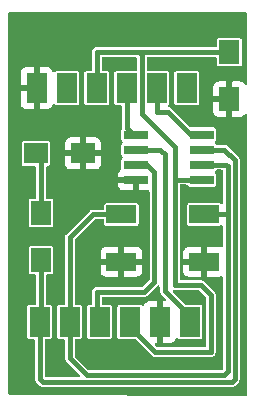
<source format=gbr>
%TF.GenerationSoftware,KiCad,Pcbnew,(6.0.2)*%
%TF.CreationDate,2022-03-09T13:31:16+02:00*%
%TF.ProjectId,FabAcaEleDesign1,46616241-6361-4456-9c65-44657369676e,rev?*%
%TF.SameCoordinates,Original*%
%TF.FileFunction,Copper,L1,Top*%
%TF.FilePolarity,Positive*%
%FSLAX46Y46*%
G04 Gerber Fmt 4.6, Leading zero omitted, Abs format (unit mm)*
G04 Created by KiCad (PCBNEW (6.0.2)) date 2022-03-09 13:31:16*
%MOMM*%
%LPD*%
G01*
G04 APERTURE LIST*
%TA.AperFunction,SMDPad,CuDef*%
%ADD10R,1.700000X2.500000*%
%TD*%
%TA.AperFunction,SMDPad,CuDef*%
%ADD11R,2.000000X1.700000*%
%TD*%
%TA.AperFunction,SMDPad,CuDef*%
%ADD12R,2.000000X0.800000*%
%TD*%
%TA.AperFunction,SMDPad,CuDef*%
%ADD13R,2.500000X1.500000*%
%TD*%
%TA.AperFunction,SMDPad,CuDef*%
%ADD14R,1.700000X2.000000*%
%TD*%
%TA.AperFunction,Conductor*%
%ADD15C,0.406400*%
%TD*%
G04 APERTURE END LIST*
D10*
%TO.P,J1,3,Pin_3*%
%TO.N,VCC*%
X114564000Y-85076000D03*
%TO.P,J1,2,Pin_2*%
%TO.N,GND*%
X117104000Y-85076000D03*
%TO.P,J1,1,Pin_1*%
%TO.N,Net-(J1-Pad1)*%
X119644000Y-85076000D03*
%TD*%
D11*
%TO.P,D1,1,K*%
%TO.N,GND*%
X110610400Y-70815200D03*
%TO.P,D1,2,A*%
%TO.N,Net-(D1-Pad2)*%
X106610400Y-70815200D03*
%TD*%
D12*
%TO.P,U1,8,GND*%
%TO.N,GND*%
X115056000Y-73025000D03*
%TO.P,U1,7,PA3/SCK*%
%TO.N,Net-(U1-Pad7)*%
X115056000Y-71755000D03*
%TO.P,U1,6,~{RESET}/UPDI/PA0*%
%TO.N,Net-(J1-Pad1)*%
X115056000Y-70485000D03*
%TO.P,U1,5,PA2/SCL*%
%TO.N,Net-(J2-Pad4)*%
X115056000Y-69215000D03*
%TO.P,U1,4,PA1/SDA*%
%TO.N,Net-(J2-Pad5)*%
X120656000Y-69215000D03*
%TO.P,U1,3,RXD/PA7*%
%TO.N,Net-(R1-Pad1)*%
X120656000Y-70485000D03*
%TO.P,U1,2,TXD/PA6/DAC*%
%TO.N,Net-(SW1-Pad2)*%
X120656000Y-71755000D03*
%TO.P,U1,1,VCC*%
%TO.N,VCC*%
X120656000Y-73025000D03*
%TD*%
D13*
%TO.P,SW1,1,1*%
%TO.N,GND*%
X120848000Y-79978000D03*
X113848000Y-79978000D03*
%TO.P,SW1,2,2*%
%TO.N,Net-(SW1-Pad2)*%
X113848000Y-75978000D03*
X120848000Y-75978000D03*
%TD*%
D10*
%TO.P,J2,1,GND*%
%TO.N,GND*%
X106680000Y-65278000D03*
%TO.P,J2,2,CTS*%
%TO.N,unconnected-(J2-Pad2)*%
X109220000Y-65278000D03*
%TO.P,J2,3,VCC*%
%TO.N,VCC*%
X111760000Y-65278000D03*
%TO.P,J2,4,TX*%
%TO.N,Net-(J2-Pad4)*%
X114300000Y-65278000D03*
%TO.P,J2,5,RX*%
%TO.N,Net-(J2-Pad5)*%
X116840000Y-65278000D03*
%TO.P,J2,6,RTS*%
%TO.N,unconnected-(J2-Pad6)*%
X119380000Y-65278000D03*
%TD*%
D14*
%TO.P,R1,1*%
%TO.N,Net-(R1-Pad1)*%
X107035600Y-79844400D03*
%TO.P,R1,2*%
%TO.N,Net-(D1-Pad2)*%
X107035600Y-75844400D03*
%TD*%
D10*
%TO.P,J3,1,Pin_1*%
%TO.N,Net-(U1-Pad7)*%
X112014000Y-85076000D03*
%TO.P,J3,2,Pin_2*%
%TO.N,Net-(SW1-Pad2)*%
X109474000Y-85076000D03*
%TO.P,J3,3,Pin_3*%
%TO.N,Net-(R1-Pad1)*%
X106934000Y-85076000D03*
%TD*%
D14*
%TO.P,C1,1*%
%TO.N,VCC*%
X122986800Y-62230000D03*
%TO.P,C1,2*%
%TO.N,GND*%
X122986800Y-66230000D03*
%TD*%
D15*
%TO.N,Net-(SW1-Pad2)*%
X111423200Y-75978000D02*
X109474000Y-77927200D01*
X109474000Y-77927200D02*
X109474000Y-85076000D01*
X113848000Y-75978000D02*
X111423200Y-75978000D01*
%TO.N,Net-(J2-Pad4)*%
X114300000Y-68630800D02*
X114884200Y-69215000D01*
X114300000Y-65278000D02*
X114300000Y-68630800D01*
X114884200Y-69215000D02*
X115056000Y-69215000D01*
%TO.N,VCC*%
X118440200Y-73025000D02*
X118364000Y-73101200D01*
X118364000Y-73101200D02*
X118364000Y-81969031D01*
X120656000Y-73025000D02*
X118440200Y-73025000D01*
X118364000Y-70307200D02*
X118364000Y-73101200D01*
X118106320Y-70049520D02*
X118364000Y-70307200D01*
X118106320Y-70005420D02*
X118106320Y-70049520D01*
X115570000Y-62433200D02*
X115366800Y-62230000D01*
X115570000Y-67469100D02*
X115570000Y-62433200D01*
X118106320Y-70005420D02*
X115570000Y-67469100D01*
%TO.N,Net-(J1-Pad1)*%
X117144351Y-70485000D02*
X117500400Y-70841049D01*
X115056000Y-70485000D02*
X117144351Y-70485000D01*
%TO.N,VCC*%
X120577031Y-81969031D02*
X118364000Y-81969031D01*
X121412000Y-82804000D02*
X120577031Y-81969031D01*
X116718000Y-87630000D02*
X121412000Y-87630000D01*
X114564000Y-85476000D02*
X116718000Y-87630000D01*
X114564000Y-85076000D02*
X114564000Y-85476000D01*
X121412000Y-87630000D02*
X121412000Y-82804000D01*
%TO.N,Net-(J1-Pad1)*%
X117500400Y-82448400D02*
X117500400Y-70841049D01*
X119644000Y-84592000D02*
X117500400Y-82448400D01*
X119644000Y-85076000D02*
X119644000Y-84592000D01*
%TO.N,Net-(U1-Pad7)*%
X111760000Y-82550000D02*
X111760000Y-84822000D01*
X115773200Y-82550000D02*
X111760000Y-82550000D01*
X116636800Y-81686400D02*
X115773200Y-82550000D01*
X111760000Y-84822000D02*
X112014000Y-85076000D01*
X115056000Y-71755000D02*
X115991422Y-71755000D01*
X115991422Y-71755000D02*
X116636800Y-72400378D01*
X116636800Y-72400378D02*
X116636800Y-81686400D01*
%TO.N,Net-(J2-Pad5)*%
X117815578Y-67310000D02*
X116840000Y-67310000D01*
X116840000Y-67310000D02*
X116840000Y-65278000D01*
%TO.N,Net-(R1-Pad1)*%
X107035600Y-79844400D02*
X107035600Y-84974400D01*
X107035600Y-84974400D02*
X106934000Y-85076000D01*
%TO.N,Net-(D1-Pad2)*%
X107035600Y-71240400D02*
X106610400Y-70815200D01*
X107035600Y-75844400D02*
X107035600Y-71240400D01*
%TO.N,VCC*%
X122986800Y-62230000D02*
X115366800Y-62230000D01*
X115366800Y-62230000D02*
X111760000Y-62230000D01*
%TO.N,Net-(SW1-Pad2)*%
X122711080Y-71755000D02*
X122838080Y-71882000D01*
X120656000Y-71755000D02*
X122711080Y-71755000D01*
X120848000Y-75978000D02*
X122708160Y-75978000D01*
X122838080Y-75848080D02*
X122838080Y-71882000D01*
X122838080Y-89251920D02*
X122838080Y-75848080D01*
X122708160Y-75978000D02*
X122838080Y-75848080D01*
%TO.N,Net-(J2-Pad5)*%
X119720578Y-69215000D02*
X117815578Y-67310000D01*
X120656000Y-69215000D02*
X119720578Y-69215000D01*
%TO.N,VCC*%
X111760000Y-62230000D02*
X111760000Y-65278000D01*
X111252000Y-65786000D02*
X111760000Y-65278000D01*
%TO.N,Net-(R1-Pad1)*%
X123190000Y-90170000D02*
X123444000Y-89916000D01*
X107188000Y-90170000D02*
X123190000Y-90170000D01*
X106934000Y-89916000D02*
X107188000Y-90170000D01*
%TO.N,Net-(SW1-Pad2)*%
X110900080Y-89564080D02*
X122525920Y-89564080D01*
X109474000Y-88138000D02*
X110900080Y-89564080D01*
X122525920Y-89564080D02*
X122838080Y-89251920D01*
X109474000Y-85076000D02*
X109474000Y-88138000D01*
%TO.N,Net-(R1-Pad1)*%
X106934000Y-89916000D02*
X106934000Y-85076000D01*
X123444000Y-71374000D02*
X123444000Y-89916000D01*
X122555000Y-70485000D02*
X123444000Y-71374000D01*
X120656000Y-70485000D02*
X122555000Y-70485000D01*
%TO.N,VCC*%
X114300000Y-85340000D02*
X114564000Y-85076000D01*
X120529000Y-72898000D02*
X120656000Y-73025000D01*
X114564000Y-85862000D02*
X114564000Y-85076000D01*
%TO.N,Net-(J1-Pad1)*%
X119644000Y-84676000D02*
X119644000Y-85076000D01*
%TD*%
%TA.AperFunction,Conductor*%
%TO.N,GND*%
G36*
X124388416Y-58873088D02*
G01*
X124456487Y-58893260D01*
X124502846Y-58947032D01*
X124514102Y-58999088D01*
X124514102Y-64908528D01*
X124494100Y-64976649D01*
X124440444Y-65023142D01*
X124370170Y-65033246D01*
X124305590Y-65003752D01*
X124288409Y-64982461D01*
X124286972Y-64983538D01*
X124205085Y-64874276D01*
X124192524Y-64861715D01*
X124090449Y-64785214D01*
X124074854Y-64776676D01*
X123954406Y-64731522D01*
X123939151Y-64727895D01*
X123888286Y-64722369D01*
X123881472Y-64722000D01*
X123258915Y-64722000D01*
X123243676Y-64726475D01*
X123242471Y-64727865D01*
X123240800Y-64735548D01*
X123240800Y-67719884D01*
X123245275Y-67735123D01*
X123246665Y-67736328D01*
X123254348Y-67737999D01*
X123881469Y-67737999D01*
X123888290Y-67737629D01*
X123939152Y-67732105D01*
X123954404Y-67728479D01*
X124074854Y-67683324D01*
X124090449Y-67674786D01*
X124192524Y-67598285D01*
X124205085Y-67585724D01*
X124286972Y-67476462D01*
X124289906Y-67478661D01*
X124327862Y-67440805D01*
X124397256Y-67425805D01*
X124463743Y-67450703D01*
X124506215Y-67507595D01*
X124514102Y-67551472D01*
X124514102Y-91214898D01*
X124494100Y-91283019D01*
X124440444Y-91329512D01*
X124387792Y-91340898D01*
X104414787Y-91291704D01*
X104346716Y-91271534D01*
X104300356Y-91217764D01*
X104289098Y-91165704D01*
X104289098Y-86345748D01*
X105883500Y-86345748D01*
X105895133Y-86404231D01*
X105902026Y-86414547D01*
X105915320Y-86434443D01*
X105939448Y-86470552D01*
X106005769Y-86514867D01*
X106017938Y-86517288D01*
X106017939Y-86517288D01*
X106058184Y-86525293D01*
X106064252Y-86526500D01*
X106404300Y-86526500D01*
X106472421Y-86546502D01*
X106518914Y-86600158D01*
X106530300Y-86652500D01*
X106530300Y-89979939D01*
X106533364Y-89989370D01*
X106533365Y-89989374D01*
X106537175Y-90001098D01*
X106541792Y-90020327D01*
X106545273Y-90042305D01*
X106549773Y-90051137D01*
X106555375Y-90062133D01*
X106562938Y-90080392D01*
X106566752Y-90092129D01*
X106566754Y-90092132D01*
X106569817Y-90101560D01*
X106575644Y-90109580D01*
X106575645Y-90109582D01*
X106582893Y-90119557D01*
X106593226Y-90136418D01*
X106603329Y-90156247D01*
X106947753Y-90500671D01*
X106967585Y-90510776D01*
X106984441Y-90521106D01*
X107002439Y-90534182D01*
X107023599Y-90541057D01*
X107041863Y-90548622D01*
X107061695Y-90558727D01*
X107071483Y-90560277D01*
X107071485Y-90560278D01*
X107083673Y-90562208D01*
X107102898Y-90566824D01*
X107124060Y-90573700D01*
X123253939Y-90573700D01*
X123263370Y-90570636D01*
X123263374Y-90570635D01*
X123275098Y-90566825D01*
X123294327Y-90562208D01*
X123306515Y-90560278D01*
X123306518Y-90560277D01*
X123316305Y-90558727D01*
X123325701Y-90553939D01*
X123336133Y-90548625D01*
X123354392Y-90541062D01*
X123366129Y-90537248D01*
X123366132Y-90537246D01*
X123375560Y-90534183D01*
X123383580Y-90528356D01*
X123383582Y-90528355D01*
X123393557Y-90521107D01*
X123410418Y-90510774D01*
X123421413Y-90505172D01*
X123430247Y-90500671D01*
X123774671Y-90156247D01*
X123784776Y-90136415D01*
X123795107Y-90119557D01*
X123808182Y-90101561D01*
X123815058Y-90080400D01*
X123822623Y-90062134D01*
X123828227Y-90051137D01*
X123832727Y-90042305D01*
X123836208Y-90020326D01*
X123840824Y-90001102D01*
X123844635Y-89989373D01*
X123847700Y-89979940D01*
X123847700Y-71310061D01*
X123844636Y-71300630D01*
X123844635Y-71300626D01*
X123840825Y-71288902D01*
X123836208Y-71269673D01*
X123834278Y-71257485D01*
X123834277Y-71257482D01*
X123832727Y-71247695D01*
X123827939Y-71238299D01*
X123822625Y-71227867D01*
X123815062Y-71209608D01*
X123811248Y-71197871D01*
X123811246Y-71197868D01*
X123808183Y-71188440D01*
X123795106Y-71170442D01*
X123784774Y-71153582D01*
X123779172Y-71142587D01*
X123774671Y-71133753D01*
X122795247Y-70154329D01*
X122775418Y-70144226D01*
X122758557Y-70133893D01*
X122748582Y-70126645D01*
X122748580Y-70126644D01*
X122740560Y-70120817D01*
X122731132Y-70117754D01*
X122731129Y-70117752D01*
X122719392Y-70113938D01*
X122701133Y-70106375D01*
X122690137Y-70100773D01*
X122681305Y-70096273D01*
X122671518Y-70094723D01*
X122671515Y-70094722D01*
X122659327Y-70092792D01*
X122640098Y-70088175D01*
X122628374Y-70084365D01*
X122628370Y-70084364D01*
X122618939Y-70081300D01*
X121957309Y-70081300D01*
X121889188Y-70061298D01*
X121845257Y-70008732D01*
X121844867Y-70006769D01*
X121800552Y-69940448D01*
X121794197Y-69936202D01*
X121761751Y-69876783D01*
X121766816Y-69805968D01*
X121793707Y-69764126D01*
X121800552Y-69759552D01*
X121844867Y-69693231D01*
X121856500Y-69634748D01*
X121856500Y-68795252D01*
X121855293Y-68789184D01*
X121847288Y-68748939D01*
X121847288Y-68748938D01*
X121844867Y-68736769D01*
X121800552Y-68670448D01*
X121734231Y-68626133D01*
X121722062Y-68623712D01*
X121722061Y-68623712D01*
X121681816Y-68615707D01*
X121675748Y-68614500D01*
X119743186Y-68614500D01*
X119675065Y-68594498D01*
X119654091Y-68577595D01*
X118351165Y-67274669D01*
X121628801Y-67274669D01*
X121629171Y-67281490D01*
X121634695Y-67332352D01*
X121638321Y-67347604D01*
X121683476Y-67468054D01*
X121692014Y-67483649D01*
X121768515Y-67585724D01*
X121781076Y-67598285D01*
X121883151Y-67674786D01*
X121898746Y-67683324D01*
X122019194Y-67728478D01*
X122034449Y-67732105D01*
X122085314Y-67737631D01*
X122092128Y-67738000D01*
X122714685Y-67738000D01*
X122729924Y-67733525D01*
X122731129Y-67732135D01*
X122732800Y-67724452D01*
X122732800Y-66502115D01*
X122728325Y-66486876D01*
X122726935Y-66485671D01*
X122719252Y-66484000D01*
X121646916Y-66484000D01*
X121631677Y-66488475D01*
X121630472Y-66489865D01*
X121628801Y-66497548D01*
X121628801Y-67274669D01*
X118351165Y-67274669D01*
X118055825Y-66979329D01*
X118035996Y-66969226D01*
X118019135Y-66958893D01*
X118009160Y-66951645D01*
X118009158Y-66951644D01*
X118001138Y-66945817D01*
X117991710Y-66942754D01*
X117991707Y-66942752D01*
X117979970Y-66938938D01*
X117961711Y-66931375D01*
X117950715Y-66925773D01*
X117941883Y-66921273D01*
X117932096Y-66919723D01*
X117932093Y-66919722D01*
X117919905Y-66917792D01*
X117900676Y-66913175D01*
X117899699Y-66912858D01*
X117879517Y-66906300D01*
X117874152Y-66906300D01*
X117812283Y-66876970D01*
X117774757Y-66816701D01*
X117775771Y-66745712D01*
X117815005Y-66686540D01*
X117823599Y-66680083D01*
X117824239Y-66679443D01*
X117834552Y-66672552D01*
X117862750Y-66630352D01*
X117871974Y-66616547D01*
X117878867Y-66606231D01*
X117890500Y-66547748D01*
X118329500Y-66547748D01*
X118341133Y-66606231D01*
X118348026Y-66616547D01*
X118357250Y-66630352D01*
X118385448Y-66672552D01*
X118451769Y-66716867D01*
X118463938Y-66719288D01*
X118463939Y-66719288D01*
X118504184Y-66727293D01*
X118510252Y-66728500D01*
X120249748Y-66728500D01*
X120255816Y-66727293D01*
X120296061Y-66719288D01*
X120296062Y-66719288D01*
X120308231Y-66716867D01*
X120374552Y-66672552D01*
X120402750Y-66630352D01*
X120411974Y-66616547D01*
X120418867Y-66606231D01*
X120430500Y-66547748D01*
X120430500Y-65957885D01*
X121628800Y-65957885D01*
X121633275Y-65973124D01*
X121634665Y-65974329D01*
X121642348Y-65976000D01*
X122714685Y-65976000D01*
X122729924Y-65971525D01*
X122731129Y-65970135D01*
X122732800Y-65962452D01*
X122732800Y-64740116D01*
X122728325Y-64724877D01*
X122726935Y-64723672D01*
X122719252Y-64722001D01*
X122092131Y-64722001D01*
X122085310Y-64722371D01*
X122034448Y-64727895D01*
X122019196Y-64731521D01*
X121898746Y-64776676D01*
X121883151Y-64785214D01*
X121781076Y-64861715D01*
X121768515Y-64874276D01*
X121692014Y-64976351D01*
X121683476Y-64991946D01*
X121638322Y-65112394D01*
X121634695Y-65127649D01*
X121629169Y-65178514D01*
X121628800Y-65185328D01*
X121628800Y-65957885D01*
X120430500Y-65957885D01*
X120430500Y-64008252D01*
X120418867Y-63949769D01*
X120374552Y-63883448D01*
X120308231Y-63839133D01*
X120296062Y-63836712D01*
X120296061Y-63836712D01*
X120255816Y-63828707D01*
X120249748Y-63827500D01*
X118510252Y-63827500D01*
X118504184Y-63828707D01*
X118463939Y-63836712D01*
X118463938Y-63836712D01*
X118451769Y-63839133D01*
X118385448Y-63883448D01*
X118341133Y-63949769D01*
X118329500Y-64008252D01*
X118329500Y-66547748D01*
X117890500Y-66547748D01*
X117890500Y-64008252D01*
X117878867Y-63949769D01*
X117834552Y-63883448D01*
X117768231Y-63839133D01*
X117756062Y-63836712D01*
X117756061Y-63836712D01*
X117715816Y-63828707D01*
X117709748Y-63827500D01*
X116099700Y-63827500D01*
X116031579Y-63807498D01*
X115985086Y-63753842D01*
X115973700Y-63701500D01*
X115973700Y-62759700D01*
X115993702Y-62691579D01*
X116047358Y-62645086D01*
X116099700Y-62633700D01*
X121810300Y-62633700D01*
X121878421Y-62653702D01*
X121924914Y-62707358D01*
X121936300Y-62759700D01*
X121936300Y-63249748D01*
X121947933Y-63308231D01*
X121992248Y-63374552D01*
X122058569Y-63418867D01*
X122070738Y-63421288D01*
X122070739Y-63421288D01*
X122110984Y-63429293D01*
X122117052Y-63430500D01*
X123856548Y-63430500D01*
X123862616Y-63429293D01*
X123902861Y-63421288D01*
X123902862Y-63421288D01*
X123915031Y-63418867D01*
X123981352Y-63374552D01*
X124025667Y-63308231D01*
X124037300Y-63249748D01*
X124037300Y-61210252D01*
X124025667Y-61151769D01*
X123981352Y-61085448D01*
X123915031Y-61041133D01*
X123902862Y-61038712D01*
X123902861Y-61038712D01*
X123862616Y-61030707D01*
X123856548Y-61029500D01*
X122117052Y-61029500D01*
X122110984Y-61030707D01*
X122070739Y-61038712D01*
X122070738Y-61038712D01*
X122058569Y-61041133D01*
X121992248Y-61085448D01*
X121947933Y-61151769D01*
X121936300Y-61210252D01*
X121936300Y-61700300D01*
X121916298Y-61768421D01*
X121862642Y-61814914D01*
X121810300Y-61826300D01*
X111801689Y-61826300D01*
X111781978Y-61824749D01*
X111769793Y-61822819D01*
X111769792Y-61822819D01*
X111760000Y-61821268D01*
X111728230Y-61826300D01*
X111643486Y-61839722D01*
X111643485Y-61839722D01*
X111633695Y-61841273D01*
X111519753Y-61899329D01*
X111429329Y-61989753D01*
X111371273Y-62103695D01*
X111351268Y-62230000D01*
X111352819Y-62239792D01*
X111352819Y-62239793D01*
X111354749Y-62251978D01*
X111356300Y-62271689D01*
X111356300Y-63701500D01*
X111336298Y-63769621D01*
X111282642Y-63816114D01*
X111230300Y-63827500D01*
X110890252Y-63827500D01*
X110884184Y-63828707D01*
X110843939Y-63836712D01*
X110843938Y-63836712D01*
X110831769Y-63839133D01*
X110765448Y-63883448D01*
X110721133Y-63949769D01*
X110709500Y-64008252D01*
X110709500Y-66547748D01*
X110721133Y-66606231D01*
X110728026Y-66616547D01*
X110737250Y-66630352D01*
X110765448Y-66672552D01*
X110831769Y-66716867D01*
X110843938Y-66719288D01*
X110843939Y-66719288D01*
X110884184Y-66727293D01*
X110890252Y-66728500D01*
X112629748Y-66728500D01*
X112635816Y-66727293D01*
X112676061Y-66719288D01*
X112676062Y-66719288D01*
X112688231Y-66716867D01*
X112754552Y-66672552D01*
X112782750Y-66630352D01*
X112791974Y-66616547D01*
X112798867Y-66606231D01*
X112810500Y-66547748D01*
X112810500Y-64008252D01*
X112798867Y-63949769D01*
X112754552Y-63883448D01*
X112688231Y-63839133D01*
X112676062Y-63836712D01*
X112676061Y-63836712D01*
X112635816Y-63828707D01*
X112629748Y-63827500D01*
X112289700Y-63827500D01*
X112221579Y-63807498D01*
X112175086Y-63753842D01*
X112163700Y-63701500D01*
X112163700Y-62759700D01*
X112183702Y-62691579D01*
X112237358Y-62645086D01*
X112289700Y-62633700D01*
X115040300Y-62633700D01*
X115108421Y-62653702D01*
X115154914Y-62707358D01*
X115166300Y-62759700D01*
X115166300Y-63701500D01*
X115146298Y-63769621D01*
X115092642Y-63816114D01*
X115040300Y-63827500D01*
X113430252Y-63827500D01*
X113424184Y-63828707D01*
X113383939Y-63836712D01*
X113383938Y-63836712D01*
X113371769Y-63839133D01*
X113305448Y-63883448D01*
X113261133Y-63949769D01*
X113249500Y-64008252D01*
X113249500Y-66547748D01*
X113261133Y-66606231D01*
X113268026Y-66616547D01*
X113277250Y-66630352D01*
X113305448Y-66672552D01*
X113371769Y-66716867D01*
X113383938Y-66719288D01*
X113383939Y-66719288D01*
X113424184Y-66727293D01*
X113430252Y-66728500D01*
X113770300Y-66728500D01*
X113838421Y-66748502D01*
X113884914Y-66802158D01*
X113896300Y-66854500D01*
X113896300Y-68654896D01*
X113878151Y-68714726D01*
X113878777Y-68714985D01*
X113876143Y-68721343D01*
X113875065Y-68724898D01*
X113867133Y-68736769D01*
X113855500Y-68795252D01*
X113855500Y-69634748D01*
X113867133Y-69693231D01*
X113911448Y-69759552D01*
X113917803Y-69763798D01*
X113950249Y-69823217D01*
X113945184Y-69894032D01*
X113918293Y-69935874D01*
X113911448Y-69940448D01*
X113867133Y-70006769D01*
X113855500Y-70065252D01*
X113855500Y-70904748D01*
X113867133Y-70963231D01*
X113911448Y-71029552D01*
X113917803Y-71033798D01*
X113950249Y-71093217D01*
X113945184Y-71164032D01*
X113918293Y-71205874D01*
X113911448Y-71210448D01*
X113867133Y-71276769D01*
X113864712Y-71288938D01*
X113864712Y-71288939D01*
X113860511Y-71310061D01*
X113855500Y-71335252D01*
X113855500Y-72077354D01*
X113835498Y-72145475D01*
X113805065Y-72178180D01*
X113700276Y-72256715D01*
X113687715Y-72269276D01*
X113611214Y-72371351D01*
X113602676Y-72386946D01*
X113557522Y-72507394D01*
X113553895Y-72522649D01*
X113548369Y-72573514D01*
X113548000Y-72580328D01*
X113548000Y-72752885D01*
X113552475Y-72768124D01*
X113553865Y-72769329D01*
X113561548Y-72771000D01*
X115184000Y-72771000D01*
X115252121Y-72791002D01*
X115298614Y-72844658D01*
X115310000Y-72897000D01*
X115310000Y-73914884D01*
X115314475Y-73930123D01*
X115315865Y-73931328D01*
X115323548Y-73932999D01*
X116104088Y-73932999D01*
X116104088Y-73933915D01*
X116169393Y-73949312D01*
X116218718Y-74000377D01*
X116233100Y-74058836D01*
X116233100Y-81466992D01*
X116213098Y-81535113D01*
X116196195Y-81556087D01*
X115642887Y-82109395D01*
X115580575Y-82143421D01*
X115553792Y-82146300D01*
X111801689Y-82146300D01*
X111781978Y-82144749D01*
X111769793Y-82142819D01*
X111769792Y-82142819D01*
X111760000Y-82141268D01*
X111728230Y-82146300D01*
X111643486Y-82159722D01*
X111643485Y-82159722D01*
X111633695Y-82161273D01*
X111519753Y-82219329D01*
X111429329Y-82309753D01*
X111371273Y-82423695D01*
X111351268Y-82550000D01*
X111352819Y-82559792D01*
X111352819Y-82559793D01*
X111354749Y-82571978D01*
X111356300Y-82591689D01*
X111356300Y-83499500D01*
X111336298Y-83567621D01*
X111282642Y-83614114D01*
X111230300Y-83625500D01*
X111144252Y-83625500D01*
X111138184Y-83626707D01*
X111097939Y-83634712D01*
X111097938Y-83634712D01*
X111085769Y-83637133D01*
X111019448Y-83681448D01*
X111012557Y-83691761D01*
X110985159Y-83732765D01*
X110975133Y-83747769D01*
X110963500Y-83806252D01*
X110963500Y-86345748D01*
X110975133Y-86404231D01*
X110982026Y-86414547D01*
X110995320Y-86434443D01*
X111019448Y-86470552D01*
X111085769Y-86514867D01*
X111097938Y-86517288D01*
X111097939Y-86517288D01*
X111138184Y-86525293D01*
X111144252Y-86526500D01*
X112883748Y-86526500D01*
X112889816Y-86525293D01*
X112930061Y-86517288D01*
X112930062Y-86517288D01*
X112942231Y-86514867D01*
X113008552Y-86470552D01*
X113032680Y-86434443D01*
X113045974Y-86414547D01*
X113052867Y-86404231D01*
X113064500Y-86345748D01*
X113064500Y-83806252D01*
X113052867Y-83747769D01*
X113042842Y-83732765D01*
X113015443Y-83691761D01*
X113008552Y-83681448D01*
X112942231Y-83637133D01*
X112930062Y-83634712D01*
X112930061Y-83634712D01*
X112889816Y-83626707D01*
X112883748Y-83625500D01*
X112289700Y-83625500D01*
X112221579Y-83605498D01*
X112175086Y-83551842D01*
X112163700Y-83499500D01*
X112163700Y-83079700D01*
X112183702Y-83011579D01*
X112237358Y-82965086D01*
X112289700Y-82953700D01*
X115837139Y-82953700D01*
X115846570Y-82950636D01*
X115846574Y-82950635D01*
X115858298Y-82946825D01*
X115877527Y-82942208D01*
X115889715Y-82940278D01*
X115889718Y-82940277D01*
X115899505Y-82938727D01*
X115908901Y-82933939D01*
X115919333Y-82928625D01*
X115937592Y-82921062D01*
X115949329Y-82917248D01*
X115949332Y-82917246D01*
X115958760Y-82914183D01*
X115966780Y-82908356D01*
X115966782Y-82908355D01*
X115976757Y-82901107D01*
X115993618Y-82890774D01*
X116004613Y-82885172D01*
X116013447Y-82880671D01*
X116881605Y-82012513D01*
X116943917Y-81978487D01*
X117014732Y-81983552D01*
X117071568Y-82026099D01*
X117096379Y-82092619D01*
X117096700Y-82101608D01*
X117096700Y-82512339D01*
X117099764Y-82521770D01*
X117099765Y-82521774D01*
X117103575Y-82533498D01*
X117108192Y-82552727D01*
X117111673Y-82574705D01*
X117116173Y-82583537D01*
X117121775Y-82594533D01*
X117129338Y-82612792D01*
X117133152Y-82624529D01*
X117133154Y-82624532D01*
X117136217Y-82633960D01*
X117142044Y-82641980D01*
X117142045Y-82641982D01*
X117149293Y-82651957D01*
X117159626Y-82668818D01*
X117169729Y-82688647D01*
X117583987Y-83102905D01*
X117618013Y-83165217D01*
X117612948Y-83236032D01*
X117570401Y-83292868D01*
X117503881Y-83317679D01*
X117494892Y-83318000D01*
X117376115Y-83318000D01*
X117360876Y-83322475D01*
X117359671Y-83323865D01*
X117358000Y-83331548D01*
X117358000Y-86815884D01*
X117362475Y-86831123D01*
X117363865Y-86832328D01*
X117371548Y-86833999D01*
X117998669Y-86833999D01*
X118005490Y-86833629D01*
X118056352Y-86828105D01*
X118071604Y-86824479D01*
X118192054Y-86779324D01*
X118207649Y-86770786D01*
X118309724Y-86694285D01*
X118322285Y-86681724D01*
X118398786Y-86579649D01*
X118407324Y-86564054D01*
X118431075Y-86500699D01*
X118473717Y-86443935D01*
X118540278Y-86419235D01*
X118609627Y-86434443D01*
X118638152Y-86455834D01*
X118642557Y-86460239D01*
X118649448Y-86470552D01*
X118715769Y-86514867D01*
X118727938Y-86517288D01*
X118727939Y-86517288D01*
X118768184Y-86525293D01*
X118774252Y-86526500D01*
X120513748Y-86526500D01*
X120519816Y-86525293D01*
X120560061Y-86517288D01*
X120560062Y-86517288D01*
X120572231Y-86514867D01*
X120638552Y-86470552D01*
X120662680Y-86434443D01*
X120675974Y-86414547D01*
X120682867Y-86404231D01*
X120694500Y-86345748D01*
X120694500Y-83806252D01*
X120682867Y-83747769D01*
X120672842Y-83732765D01*
X120645443Y-83691761D01*
X120638552Y-83681448D01*
X120572231Y-83637133D01*
X120560062Y-83634712D01*
X120560061Y-83634712D01*
X120519816Y-83626707D01*
X120513748Y-83625500D01*
X119300608Y-83625500D01*
X119232487Y-83605498D01*
X119211513Y-83588595D01*
X118206515Y-82583597D01*
X118172489Y-82521285D01*
X118177554Y-82450470D01*
X118220101Y-82393634D01*
X118286621Y-82368823D01*
X118315321Y-82370053D01*
X118354207Y-82376212D01*
X118364000Y-82377763D01*
X118373792Y-82376212D01*
X118373793Y-82376212D01*
X118385978Y-82374282D01*
X118405689Y-82372731D01*
X120357623Y-82372731D01*
X120425744Y-82392733D01*
X120446718Y-82409636D01*
X120971395Y-82934313D01*
X121005421Y-82996625D01*
X121008300Y-83023408D01*
X121008300Y-87100300D01*
X120988298Y-87168421D01*
X120934642Y-87214914D01*
X120882300Y-87226300D01*
X116937408Y-87226300D01*
X116869287Y-87206298D01*
X116848313Y-87189395D01*
X116708013Y-87049095D01*
X116673987Y-86986783D01*
X116679052Y-86915968D01*
X116721599Y-86859132D01*
X116788119Y-86834321D01*
X116797108Y-86834000D01*
X116831885Y-86834000D01*
X116847124Y-86829525D01*
X116848329Y-86828135D01*
X116850000Y-86820452D01*
X116850000Y-83336116D01*
X116845525Y-83320877D01*
X116844135Y-83319672D01*
X116836452Y-83318001D01*
X116209331Y-83318001D01*
X116202510Y-83318371D01*
X116151648Y-83323895D01*
X116136396Y-83327521D01*
X116015946Y-83372676D01*
X116000351Y-83381214D01*
X115898276Y-83457715D01*
X115885715Y-83470276D01*
X115809214Y-83572351D01*
X115800676Y-83587946D01*
X115776925Y-83651301D01*
X115734283Y-83708065D01*
X115667722Y-83732765D01*
X115598373Y-83717557D01*
X115569848Y-83696166D01*
X115565443Y-83691761D01*
X115558552Y-83681448D01*
X115492231Y-83637133D01*
X115480062Y-83634712D01*
X115480061Y-83634712D01*
X115439816Y-83626707D01*
X115433748Y-83625500D01*
X113694252Y-83625500D01*
X113688184Y-83626707D01*
X113647939Y-83634712D01*
X113647938Y-83634712D01*
X113635769Y-83637133D01*
X113569448Y-83681448D01*
X113562557Y-83691761D01*
X113535159Y-83732765D01*
X113525133Y-83747769D01*
X113513500Y-83806252D01*
X113513500Y-86345748D01*
X113525133Y-86404231D01*
X113532026Y-86414547D01*
X113545320Y-86434443D01*
X113569448Y-86470552D01*
X113635769Y-86514867D01*
X113647938Y-86517288D01*
X113647939Y-86517288D01*
X113688184Y-86525293D01*
X113694252Y-86526500D01*
X114991392Y-86526500D01*
X115059513Y-86546502D01*
X115080487Y-86563405D01*
X116477753Y-87960671D01*
X116486587Y-87965172D01*
X116497582Y-87970774D01*
X116514443Y-87981107D01*
X116524418Y-87988355D01*
X116524420Y-87988356D01*
X116532440Y-87994183D01*
X116541868Y-87997246D01*
X116541871Y-87997248D01*
X116553608Y-88001062D01*
X116571867Y-88008625D01*
X116582299Y-88013939D01*
X116591695Y-88018727D01*
X116601482Y-88020277D01*
X116601485Y-88020278D01*
X116613673Y-88022208D01*
X116632902Y-88026825D01*
X116644626Y-88030635D01*
X116644630Y-88030636D01*
X116654061Y-88033700D01*
X121370311Y-88033700D01*
X121390022Y-88035251D01*
X121402207Y-88037181D01*
X121402208Y-88037181D01*
X121412000Y-88038732D01*
X121421792Y-88037181D01*
X121433978Y-88035251D01*
X121443770Y-88033700D01*
X121528514Y-88020278D01*
X121528515Y-88020278D01*
X121538305Y-88018727D01*
X121652247Y-87960671D01*
X121742671Y-87870247D01*
X121800727Y-87756305D01*
X121820732Y-87630000D01*
X121817251Y-87608022D01*
X121815700Y-87588311D01*
X121815700Y-82740060D01*
X121808824Y-82718898D01*
X121804208Y-82699673D01*
X121802278Y-82687485D01*
X121802277Y-82687483D01*
X121800727Y-82677695D01*
X121790622Y-82657863D01*
X121783057Y-82639599D01*
X121779247Y-82627873D01*
X121776182Y-82618439D01*
X121763106Y-82600441D01*
X121752774Y-82583582D01*
X121747171Y-82572585D01*
X121742671Y-82563753D01*
X120817278Y-81638360D01*
X120797449Y-81628257D01*
X120780588Y-81617924D01*
X120770613Y-81610676D01*
X120770611Y-81610675D01*
X120762591Y-81604848D01*
X120753163Y-81601785D01*
X120753160Y-81601783D01*
X120741423Y-81597969D01*
X120723164Y-81590406D01*
X120712168Y-81584804D01*
X120703336Y-81580304D01*
X120693549Y-81578754D01*
X120693546Y-81578753D01*
X120681358Y-81576823D01*
X120662129Y-81572206D01*
X120650405Y-81568396D01*
X120650401Y-81568395D01*
X120640970Y-81565331D01*
X118893700Y-81565331D01*
X118825579Y-81545329D01*
X118779086Y-81491673D01*
X118767700Y-81439331D01*
X118767700Y-80772669D01*
X119090001Y-80772669D01*
X119090371Y-80779490D01*
X119095895Y-80830352D01*
X119099521Y-80845604D01*
X119144676Y-80966054D01*
X119153214Y-80981649D01*
X119229715Y-81083724D01*
X119242276Y-81096285D01*
X119344351Y-81172786D01*
X119359946Y-81181324D01*
X119480394Y-81226478D01*
X119495649Y-81230105D01*
X119546514Y-81235631D01*
X119553328Y-81236000D01*
X120575885Y-81236000D01*
X120591124Y-81231525D01*
X120592329Y-81230135D01*
X120594000Y-81222452D01*
X120594000Y-80250115D01*
X120589525Y-80234876D01*
X120588135Y-80233671D01*
X120580452Y-80232000D01*
X119108116Y-80232000D01*
X119092877Y-80236475D01*
X119091672Y-80237865D01*
X119090001Y-80245548D01*
X119090001Y-80772669D01*
X118767700Y-80772669D01*
X118767700Y-79705885D01*
X119090000Y-79705885D01*
X119094475Y-79721124D01*
X119095865Y-79722329D01*
X119103548Y-79724000D01*
X120575885Y-79724000D01*
X120591124Y-79719525D01*
X120592329Y-79718135D01*
X120594000Y-79710452D01*
X120594000Y-78738116D01*
X120589525Y-78722877D01*
X120588135Y-78721672D01*
X120580452Y-78720001D01*
X119553331Y-78720001D01*
X119546510Y-78720371D01*
X119495648Y-78725895D01*
X119480396Y-78729521D01*
X119359946Y-78774676D01*
X119344351Y-78783214D01*
X119242276Y-78859715D01*
X119229715Y-78872276D01*
X119153214Y-78974351D01*
X119144676Y-78989946D01*
X119099522Y-79110394D01*
X119095895Y-79125649D01*
X119090369Y-79176514D01*
X119090000Y-79183328D01*
X119090000Y-79705885D01*
X118767700Y-79705885D01*
X118767700Y-73554700D01*
X118787702Y-73486579D01*
X118841358Y-73440086D01*
X118893700Y-73428700D01*
X119354691Y-73428700D01*
X119422812Y-73448702D01*
X119466743Y-73501268D01*
X119467133Y-73503231D01*
X119511448Y-73569552D01*
X119577769Y-73613867D01*
X119589938Y-73616288D01*
X119589939Y-73616288D01*
X119630184Y-73624293D01*
X119636252Y-73625500D01*
X121675748Y-73625500D01*
X121681816Y-73624293D01*
X121722061Y-73616288D01*
X121722062Y-73616288D01*
X121734231Y-73613867D01*
X121800552Y-73569552D01*
X121844867Y-73503231D01*
X121856500Y-73444748D01*
X121856500Y-72605252D01*
X121844867Y-72546769D01*
X121800552Y-72480448D01*
X121794197Y-72476202D01*
X121761751Y-72416783D01*
X121766816Y-72345968D01*
X121793707Y-72304126D01*
X121800552Y-72299552D01*
X121844867Y-72233231D01*
X121845309Y-72231011D01*
X121885448Y-72181201D01*
X121957309Y-72158700D01*
X122308380Y-72158700D01*
X122376501Y-72178702D01*
X122422994Y-72232358D01*
X122434380Y-72284700D01*
X122434380Y-74975893D01*
X122414378Y-75044014D01*
X122360722Y-75090507D01*
X122290448Y-75100611D01*
X122238378Y-75080658D01*
X122186550Y-75046027D01*
X122186546Y-75046025D01*
X122176231Y-75039133D01*
X122164062Y-75036712D01*
X122164061Y-75036712D01*
X122123816Y-75028707D01*
X122117748Y-75027500D01*
X119578252Y-75027500D01*
X119572184Y-75028707D01*
X119531939Y-75036712D01*
X119531938Y-75036712D01*
X119519769Y-75039133D01*
X119453448Y-75083448D01*
X119409133Y-75149769D01*
X119397500Y-75208252D01*
X119397500Y-76747748D01*
X119409133Y-76806231D01*
X119453448Y-76872552D01*
X119519769Y-76916867D01*
X119531938Y-76919288D01*
X119531939Y-76919288D01*
X119564311Y-76925727D01*
X119578252Y-76928500D01*
X122117748Y-76928500D01*
X122131689Y-76925727D01*
X122164061Y-76919288D01*
X122164062Y-76919288D01*
X122176231Y-76916867D01*
X122186546Y-76909975D01*
X122186550Y-76909973D01*
X122238378Y-76875342D01*
X122306131Y-76854127D01*
X122374597Y-76872910D01*
X122422041Y-76925727D01*
X122434380Y-76980107D01*
X122434380Y-78629738D01*
X122414378Y-78697859D01*
X122360722Y-78744352D01*
X122290448Y-78754456D01*
X122264151Y-78747720D01*
X122215609Y-78729522D01*
X122200351Y-78725895D01*
X122149486Y-78720369D01*
X122142672Y-78720000D01*
X121120115Y-78720000D01*
X121104876Y-78724475D01*
X121103671Y-78725865D01*
X121102000Y-78733548D01*
X121102000Y-81217884D01*
X121106475Y-81233123D01*
X121107865Y-81234328D01*
X121115548Y-81235999D01*
X122142669Y-81235999D01*
X122149490Y-81235629D01*
X122200352Y-81230105D01*
X122215606Y-81226478D01*
X122264151Y-81208280D01*
X122334958Y-81203097D01*
X122397327Y-81237018D01*
X122431456Y-81299273D01*
X122434380Y-81326262D01*
X122434380Y-89032512D01*
X122414378Y-89100633D01*
X122397475Y-89121607D01*
X122395607Y-89123475D01*
X122333295Y-89157501D01*
X122306512Y-89160380D01*
X111119488Y-89160380D01*
X111051367Y-89140378D01*
X111030393Y-89123475D01*
X109914605Y-88007687D01*
X109880579Y-87945375D01*
X109877700Y-87918592D01*
X109877700Y-86652500D01*
X109897702Y-86584379D01*
X109951358Y-86537886D01*
X110003700Y-86526500D01*
X110343748Y-86526500D01*
X110349816Y-86525293D01*
X110390061Y-86517288D01*
X110390062Y-86517288D01*
X110402231Y-86514867D01*
X110468552Y-86470552D01*
X110492680Y-86434443D01*
X110505974Y-86414547D01*
X110512867Y-86404231D01*
X110524500Y-86345748D01*
X110524500Y-83806252D01*
X110512867Y-83747769D01*
X110502842Y-83732765D01*
X110475443Y-83691761D01*
X110468552Y-83681448D01*
X110402231Y-83637133D01*
X110390062Y-83634712D01*
X110390061Y-83634712D01*
X110349816Y-83626707D01*
X110343748Y-83625500D01*
X110003700Y-83625500D01*
X109935579Y-83605498D01*
X109889086Y-83551842D01*
X109877700Y-83499500D01*
X109877700Y-80772669D01*
X112090001Y-80772669D01*
X112090371Y-80779490D01*
X112095895Y-80830352D01*
X112099521Y-80845604D01*
X112144676Y-80966054D01*
X112153214Y-80981649D01*
X112229715Y-81083724D01*
X112242276Y-81096285D01*
X112344351Y-81172786D01*
X112359946Y-81181324D01*
X112480394Y-81226478D01*
X112495649Y-81230105D01*
X112546514Y-81235631D01*
X112553328Y-81236000D01*
X113575885Y-81236000D01*
X113591124Y-81231525D01*
X113592329Y-81230135D01*
X113594000Y-81222452D01*
X113594000Y-81217884D01*
X114102000Y-81217884D01*
X114106475Y-81233123D01*
X114107865Y-81234328D01*
X114115548Y-81235999D01*
X115142669Y-81235999D01*
X115149490Y-81235629D01*
X115200352Y-81230105D01*
X115215604Y-81226479D01*
X115336054Y-81181324D01*
X115351649Y-81172786D01*
X115453724Y-81096285D01*
X115466285Y-81083724D01*
X115542786Y-80981649D01*
X115551324Y-80966054D01*
X115596478Y-80845606D01*
X115600105Y-80830351D01*
X115605631Y-80779486D01*
X115606000Y-80772672D01*
X115606000Y-80250115D01*
X115601525Y-80234876D01*
X115600135Y-80233671D01*
X115592452Y-80232000D01*
X114120115Y-80232000D01*
X114104876Y-80236475D01*
X114103671Y-80237865D01*
X114102000Y-80245548D01*
X114102000Y-81217884D01*
X113594000Y-81217884D01*
X113594000Y-80250115D01*
X113589525Y-80234876D01*
X113588135Y-80233671D01*
X113580452Y-80232000D01*
X112108116Y-80232000D01*
X112092877Y-80236475D01*
X112091672Y-80237865D01*
X112090001Y-80245548D01*
X112090001Y-80772669D01*
X109877700Y-80772669D01*
X109877700Y-79705885D01*
X112090000Y-79705885D01*
X112094475Y-79721124D01*
X112095865Y-79722329D01*
X112103548Y-79724000D01*
X113575885Y-79724000D01*
X113591124Y-79719525D01*
X113592329Y-79718135D01*
X113594000Y-79710452D01*
X113594000Y-79705885D01*
X114102000Y-79705885D01*
X114106475Y-79721124D01*
X114107865Y-79722329D01*
X114115548Y-79724000D01*
X115587884Y-79724000D01*
X115603123Y-79719525D01*
X115604328Y-79718135D01*
X115605999Y-79710452D01*
X115605999Y-79183331D01*
X115605629Y-79176510D01*
X115600105Y-79125648D01*
X115596479Y-79110396D01*
X115551324Y-78989946D01*
X115542786Y-78974351D01*
X115466285Y-78872276D01*
X115453724Y-78859715D01*
X115351649Y-78783214D01*
X115336054Y-78774676D01*
X115215606Y-78729522D01*
X115200351Y-78725895D01*
X115149486Y-78720369D01*
X115142672Y-78720000D01*
X114120115Y-78720000D01*
X114104876Y-78724475D01*
X114103671Y-78725865D01*
X114102000Y-78733548D01*
X114102000Y-79705885D01*
X113594000Y-79705885D01*
X113594000Y-78738116D01*
X113589525Y-78722877D01*
X113588135Y-78721672D01*
X113580452Y-78720001D01*
X112553331Y-78720001D01*
X112546510Y-78720371D01*
X112495648Y-78725895D01*
X112480396Y-78729521D01*
X112359946Y-78774676D01*
X112344351Y-78783214D01*
X112242276Y-78859715D01*
X112229715Y-78872276D01*
X112153214Y-78974351D01*
X112144676Y-78989946D01*
X112099522Y-79110394D01*
X112095895Y-79125649D01*
X112090369Y-79176514D01*
X112090000Y-79183328D01*
X112090000Y-79705885D01*
X109877700Y-79705885D01*
X109877700Y-78146608D01*
X109897702Y-78078487D01*
X109914605Y-78057513D01*
X111553513Y-76418605D01*
X111615825Y-76384579D01*
X111642608Y-76381700D01*
X112271500Y-76381700D01*
X112339621Y-76401702D01*
X112386114Y-76455358D01*
X112397500Y-76507700D01*
X112397500Y-76747748D01*
X112409133Y-76806231D01*
X112453448Y-76872552D01*
X112519769Y-76916867D01*
X112531938Y-76919288D01*
X112531939Y-76919288D01*
X112564311Y-76925727D01*
X112578252Y-76928500D01*
X115117748Y-76928500D01*
X115131689Y-76925727D01*
X115164061Y-76919288D01*
X115164062Y-76919288D01*
X115176231Y-76916867D01*
X115242552Y-76872552D01*
X115286867Y-76806231D01*
X115298500Y-76747748D01*
X115298500Y-75208252D01*
X115286867Y-75149769D01*
X115242552Y-75083448D01*
X115176231Y-75039133D01*
X115164062Y-75036712D01*
X115164061Y-75036712D01*
X115123816Y-75028707D01*
X115117748Y-75027500D01*
X112578252Y-75027500D01*
X112572184Y-75028707D01*
X112531939Y-75036712D01*
X112531938Y-75036712D01*
X112519769Y-75039133D01*
X112453448Y-75083448D01*
X112409133Y-75149769D01*
X112397500Y-75208252D01*
X112397500Y-75448300D01*
X112377498Y-75516421D01*
X112323842Y-75562914D01*
X112271500Y-75574300D01*
X111359261Y-75574300D01*
X111349830Y-75577364D01*
X111349826Y-75577365D01*
X111338102Y-75581175D01*
X111318873Y-75585792D01*
X111306685Y-75587722D01*
X111306682Y-75587723D01*
X111296895Y-75589273D01*
X111288063Y-75593773D01*
X111277067Y-75599375D01*
X111258808Y-75606938D01*
X111247071Y-75610752D01*
X111247068Y-75610754D01*
X111237640Y-75613817D01*
X111229620Y-75619644D01*
X111229618Y-75619645D01*
X111219643Y-75626893D01*
X111202782Y-75637226D01*
X111182953Y-75647329D01*
X109143329Y-77686953D01*
X109138828Y-77695787D01*
X109133226Y-77706782D01*
X109122894Y-77723642D01*
X109109817Y-77741640D01*
X109106754Y-77751068D01*
X109106752Y-77751071D01*
X109102938Y-77762808D01*
X109095375Y-77781067D01*
X109090061Y-77791499D01*
X109085273Y-77800895D01*
X109083723Y-77810682D01*
X109083722Y-77810685D01*
X109081792Y-77822873D01*
X109077175Y-77842102D01*
X109073365Y-77853826D01*
X109073364Y-77853830D01*
X109070300Y-77863261D01*
X109070300Y-83499500D01*
X109050298Y-83567621D01*
X108996642Y-83614114D01*
X108944300Y-83625500D01*
X108604252Y-83625500D01*
X108598184Y-83626707D01*
X108557939Y-83634712D01*
X108557938Y-83634712D01*
X108545769Y-83637133D01*
X108479448Y-83681448D01*
X108472557Y-83691761D01*
X108445159Y-83732765D01*
X108435133Y-83747769D01*
X108423500Y-83806252D01*
X108423500Y-86345748D01*
X108435133Y-86404231D01*
X108442026Y-86414547D01*
X108455320Y-86434443D01*
X108479448Y-86470552D01*
X108545769Y-86514867D01*
X108557938Y-86517288D01*
X108557939Y-86517288D01*
X108598184Y-86525293D01*
X108604252Y-86526500D01*
X108944300Y-86526500D01*
X109012421Y-86546502D01*
X109058914Y-86600158D01*
X109070300Y-86652500D01*
X109070300Y-88201939D01*
X109073364Y-88211370D01*
X109073365Y-88211374D01*
X109077175Y-88223098D01*
X109081792Y-88242327D01*
X109085273Y-88264305D01*
X109089773Y-88273137D01*
X109095375Y-88284133D01*
X109102938Y-88302392D01*
X109106752Y-88314129D01*
X109106754Y-88314132D01*
X109109817Y-88323560D01*
X109115644Y-88331580D01*
X109115645Y-88331582D01*
X109122893Y-88341557D01*
X109133226Y-88358418D01*
X109143329Y-88378247D01*
X110316287Y-89551205D01*
X110350313Y-89613517D01*
X110345248Y-89684332D01*
X110302701Y-89741168D01*
X110236181Y-89765979D01*
X110227192Y-89766300D01*
X107463700Y-89766300D01*
X107395579Y-89746298D01*
X107349086Y-89692642D01*
X107337700Y-89640300D01*
X107337700Y-86652500D01*
X107357702Y-86584379D01*
X107411358Y-86537886D01*
X107463700Y-86526500D01*
X107803748Y-86526500D01*
X107809816Y-86525293D01*
X107850061Y-86517288D01*
X107850062Y-86517288D01*
X107862231Y-86514867D01*
X107928552Y-86470552D01*
X107952680Y-86434443D01*
X107965974Y-86414547D01*
X107972867Y-86404231D01*
X107984500Y-86345748D01*
X107984500Y-83806252D01*
X107972867Y-83747769D01*
X107962842Y-83732765D01*
X107935443Y-83691761D01*
X107928552Y-83681448D01*
X107862231Y-83637133D01*
X107850062Y-83634712D01*
X107850061Y-83634712D01*
X107809816Y-83626707D01*
X107803748Y-83625500D01*
X107565300Y-83625500D01*
X107497179Y-83605498D01*
X107450686Y-83551842D01*
X107439300Y-83499500D01*
X107439300Y-81170900D01*
X107459302Y-81102779D01*
X107512958Y-81056286D01*
X107565300Y-81044900D01*
X107905348Y-81044900D01*
X107911416Y-81043693D01*
X107951661Y-81035688D01*
X107951662Y-81035688D01*
X107963831Y-81033267D01*
X108030152Y-80988952D01*
X108074467Y-80922631D01*
X108086100Y-80864148D01*
X108086100Y-78824652D01*
X108084893Y-78818584D01*
X108076888Y-78778339D01*
X108076888Y-78778338D01*
X108074467Y-78766169D01*
X108066641Y-78754456D01*
X108047536Y-78725865D01*
X108030152Y-78699848D01*
X107963831Y-78655533D01*
X107951662Y-78653112D01*
X107951661Y-78653112D01*
X107911416Y-78645107D01*
X107905348Y-78643900D01*
X106165852Y-78643900D01*
X106159784Y-78645107D01*
X106119539Y-78653112D01*
X106119538Y-78653112D01*
X106107369Y-78655533D01*
X106041048Y-78699848D01*
X106023664Y-78725865D01*
X106004560Y-78754456D01*
X105996733Y-78766169D01*
X105994312Y-78778338D01*
X105994312Y-78778339D01*
X105986307Y-78818584D01*
X105985100Y-78824652D01*
X105985100Y-80864148D01*
X105996733Y-80922631D01*
X106041048Y-80988952D01*
X106107369Y-81033267D01*
X106119538Y-81035688D01*
X106119539Y-81035688D01*
X106159784Y-81043693D01*
X106165852Y-81044900D01*
X106505900Y-81044900D01*
X106574021Y-81064902D01*
X106620514Y-81118558D01*
X106631900Y-81170900D01*
X106631900Y-83499500D01*
X106611898Y-83567621D01*
X106558242Y-83614114D01*
X106505900Y-83625500D01*
X106064252Y-83625500D01*
X106058184Y-83626707D01*
X106017939Y-83634712D01*
X106017938Y-83634712D01*
X106005769Y-83637133D01*
X105939448Y-83681448D01*
X105932557Y-83691761D01*
X105905159Y-83732765D01*
X105895133Y-83747769D01*
X105883500Y-83806252D01*
X105883500Y-86345748D01*
X104289098Y-86345748D01*
X104289098Y-71684948D01*
X105409900Y-71684948D01*
X105421533Y-71743431D01*
X105465848Y-71809752D01*
X105532169Y-71854067D01*
X105544338Y-71856488D01*
X105544339Y-71856488D01*
X105584584Y-71864493D01*
X105590652Y-71865700D01*
X106505900Y-71865700D01*
X106574021Y-71885702D01*
X106620514Y-71939358D01*
X106631900Y-71991700D01*
X106631900Y-74517900D01*
X106611898Y-74586021D01*
X106558242Y-74632514D01*
X106505900Y-74643900D01*
X106165852Y-74643900D01*
X106159784Y-74645107D01*
X106119539Y-74653112D01*
X106119538Y-74653112D01*
X106107369Y-74655533D01*
X106041048Y-74699848D01*
X105996733Y-74766169D01*
X105985100Y-74824652D01*
X105985100Y-76864148D01*
X105996733Y-76922631D01*
X106041048Y-76988952D01*
X106107369Y-77033267D01*
X106119538Y-77035688D01*
X106119539Y-77035688D01*
X106159784Y-77043693D01*
X106165852Y-77044900D01*
X107905348Y-77044900D01*
X107911416Y-77043693D01*
X107951661Y-77035688D01*
X107951662Y-77035688D01*
X107963831Y-77033267D01*
X108030152Y-76988952D01*
X108074467Y-76922631D01*
X108086100Y-76864148D01*
X108086100Y-74824652D01*
X108074467Y-74766169D01*
X108030152Y-74699848D01*
X107963831Y-74655533D01*
X107951662Y-74653112D01*
X107951661Y-74653112D01*
X107911416Y-74645107D01*
X107905348Y-74643900D01*
X107565300Y-74643900D01*
X107497179Y-74623898D01*
X107450686Y-74570242D01*
X107439300Y-74517900D01*
X107439300Y-73469669D01*
X113548001Y-73469669D01*
X113548371Y-73476490D01*
X113553895Y-73527352D01*
X113557521Y-73542604D01*
X113602676Y-73663054D01*
X113611214Y-73678649D01*
X113687715Y-73780724D01*
X113700276Y-73793285D01*
X113802351Y-73869786D01*
X113817946Y-73878324D01*
X113938394Y-73923478D01*
X113953649Y-73927105D01*
X114004514Y-73932631D01*
X114011328Y-73933000D01*
X114783885Y-73933000D01*
X114799124Y-73928525D01*
X114800329Y-73927135D01*
X114802000Y-73919452D01*
X114802000Y-73297115D01*
X114797525Y-73281876D01*
X114796135Y-73280671D01*
X114788452Y-73279000D01*
X113566116Y-73279000D01*
X113550877Y-73283475D01*
X113549672Y-73284865D01*
X113548001Y-73292548D01*
X113548001Y-73469669D01*
X107439300Y-73469669D01*
X107439300Y-71991700D01*
X107459302Y-71923579D01*
X107512958Y-71877086D01*
X107565300Y-71865700D01*
X107630148Y-71865700D01*
X107636216Y-71864493D01*
X107676461Y-71856488D01*
X107676462Y-71856488D01*
X107688631Y-71854067D01*
X107754952Y-71809752D01*
X107799267Y-71743431D01*
X107805943Y-71709869D01*
X109102401Y-71709869D01*
X109102771Y-71716690D01*
X109108295Y-71767552D01*
X109111921Y-71782804D01*
X109157076Y-71903254D01*
X109165614Y-71918849D01*
X109242115Y-72020924D01*
X109254676Y-72033485D01*
X109356751Y-72109986D01*
X109372346Y-72118524D01*
X109492794Y-72163678D01*
X109508049Y-72167305D01*
X109558914Y-72172831D01*
X109565728Y-72173200D01*
X110338285Y-72173200D01*
X110353524Y-72168725D01*
X110354729Y-72167335D01*
X110356400Y-72159652D01*
X110356400Y-72155084D01*
X110864400Y-72155084D01*
X110868875Y-72170323D01*
X110870265Y-72171528D01*
X110877948Y-72173199D01*
X111655069Y-72173199D01*
X111661890Y-72172829D01*
X111712752Y-72167305D01*
X111728004Y-72163679D01*
X111848454Y-72118524D01*
X111864049Y-72109986D01*
X111966124Y-72033485D01*
X111978685Y-72020924D01*
X112055186Y-71918849D01*
X112063724Y-71903254D01*
X112108878Y-71782806D01*
X112112505Y-71767551D01*
X112118031Y-71716686D01*
X112118400Y-71709872D01*
X112118400Y-71087315D01*
X112113925Y-71072076D01*
X112112535Y-71070871D01*
X112104852Y-71069200D01*
X110882515Y-71069200D01*
X110867276Y-71073675D01*
X110866071Y-71075065D01*
X110864400Y-71082748D01*
X110864400Y-72155084D01*
X110356400Y-72155084D01*
X110356400Y-71087315D01*
X110351925Y-71072076D01*
X110350535Y-71070871D01*
X110342852Y-71069200D01*
X109120516Y-71069200D01*
X109105277Y-71073675D01*
X109104072Y-71075065D01*
X109102401Y-71082748D01*
X109102401Y-71709869D01*
X107805943Y-71709869D01*
X107810900Y-71684948D01*
X107810900Y-70543085D01*
X109102400Y-70543085D01*
X109106875Y-70558324D01*
X109108265Y-70559529D01*
X109115948Y-70561200D01*
X110338285Y-70561200D01*
X110353524Y-70556725D01*
X110354729Y-70555335D01*
X110356400Y-70547652D01*
X110356400Y-70543085D01*
X110864400Y-70543085D01*
X110868875Y-70558324D01*
X110870265Y-70559529D01*
X110877948Y-70561200D01*
X112100284Y-70561200D01*
X112115523Y-70556725D01*
X112116728Y-70555335D01*
X112118399Y-70547652D01*
X112118399Y-69920531D01*
X112118029Y-69913710D01*
X112112505Y-69862848D01*
X112108879Y-69847596D01*
X112063724Y-69727146D01*
X112055186Y-69711551D01*
X111978685Y-69609476D01*
X111966124Y-69596915D01*
X111864049Y-69520414D01*
X111848454Y-69511876D01*
X111728006Y-69466722D01*
X111712751Y-69463095D01*
X111661886Y-69457569D01*
X111655072Y-69457200D01*
X110882515Y-69457200D01*
X110867276Y-69461675D01*
X110866071Y-69463065D01*
X110864400Y-69470748D01*
X110864400Y-70543085D01*
X110356400Y-70543085D01*
X110356400Y-69475316D01*
X110351925Y-69460077D01*
X110350535Y-69458872D01*
X110342852Y-69457201D01*
X109565731Y-69457201D01*
X109558910Y-69457571D01*
X109508048Y-69463095D01*
X109492796Y-69466721D01*
X109372346Y-69511876D01*
X109356751Y-69520414D01*
X109254676Y-69596915D01*
X109242115Y-69609476D01*
X109165614Y-69711551D01*
X109157076Y-69727146D01*
X109111922Y-69847594D01*
X109108295Y-69862849D01*
X109102769Y-69913714D01*
X109102400Y-69920528D01*
X109102400Y-70543085D01*
X107810900Y-70543085D01*
X107810900Y-69945452D01*
X107799267Y-69886969D01*
X107754952Y-69820648D01*
X107688631Y-69776333D01*
X107676462Y-69773912D01*
X107676461Y-69773912D01*
X107636216Y-69765907D01*
X107630148Y-69764700D01*
X105590652Y-69764700D01*
X105584584Y-69765907D01*
X105544339Y-69773912D01*
X105544338Y-69773912D01*
X105532169Y-69776333D01*
X105465848Y-69820648D01*
X105421533Y-69886969D01*
X105409900Y-69945452D01*
X105409900Y-71684948D01*
X104289098Y-71684948D01*
X104289098Y-66572669D01*
X105322001Y-66572669D01*
X105322371Y-66579490D01*
X105327895Y-66630352D01*
X105331521Y-66645604D01*
X105376676Y-66766054D01*
X105385214Y-66781649D01*
X105461715Y-66883724D01*
X105474276Y-66896285D01*
X105576351Y-66972786D01*
X105591946Y-66981324D01*
X105712394Y-67026478D01*
X105727649Y-67030105D01*
X105778514Y-67035631D01*
X105785328Y-67036000D01*
X106407885Y-67036000D01*
X106423124Y-67031525D01*
X106424329Y-67030135D01*
X106426000Y-67022452D01*
X106426000Y-67017884D01*
X106934000Y-67017884D01*
X106938475Y-67033123D01*
X106939865Y-67034328D01*
X106947548Y-67035999D01*
X107574669Y-67035999D01*
X107581490Y-67035629D01*
X107632352Y-67030105D01*
X107647604Y-67026479D01*
X107768054Y-66981324D01*
X107783649Y-66972786D01*
X107885724Y-66896285D01*
X107898285Y-66883724D01*
X107974786Y-66781649D01*
X107983324Y-66766054D01*
X108007075Y-66702699D01*
X108049717Y-66645935D01*
X108116278Y-66621235D01*
X108185627Y-66636443D01*
X108214152Y-66657834D01*
X108218557Y-66662239D01*
X108225448Y-66672552D01*
X108291769Y-66716867D01*
X108303938Y-66719288D01*
X108303939Y-66719288D01*
X108344184Y-66727293D01*
X108350252Y-66728500D01*
X110089748Y-66728500D01*
X110095816Y-66727293D01*
X110136061Y-66719288D01*
X110136062Y-66719288D01*
X110148231Y-66716867D01*
X110214552Y-66672552D01*
X110242750Y-66630352D01*
X110251974Y-66616547D01*
X110258867Y-66606231D01*
X110270500Y-66547748D01*
X110270500Y-64008252D01*
X110258867Y-63949769D01*
X110214552Y-63883448D01*
X110148231Y-63839133D01*
X110136062Y-63836712D01*
X110136061Y-63836712D01*
X110095816Y-63828707D01*
X110089748Y-63827500D01*
X108350252Y-63827500D01*
X108344184Y-63828707D01*
X108303939Y-63836712D01*
X108303938Y-63836712D01*
X108291769Y-63839133D01*
X108225448Y-63883448D01*
X108218557Y-63893761D01*
X108214152Y-63898166D01*
X108151840Y-63932192D01*
X108081025Y-63927127D01*
X108024189Y-63884580D01*
X108007075Y-63853301D01*
X107983324Y-63789946D01*
X107974786Y-63774351D01*
X107898285Y-63672276D01*
X107885724Y-63659715D01*
X107783649Y-63583214D01*
X107768054Y-63574676D01*
X107647606Y-63529522D01*
X107632351Y-63525895D01*
X107581486Y-63520369D01*
X107574672Y-63520000D01*
X106952115Y-63520000D01*
X106936876Y-63524475D01*
X106935671Y-63525865D01*
X106934000Y-63533548D01*
X106934000Y-67017884D01*
X106426000Y-67017884D01*
X106426000Y-65550115D01*
X106421525Y-65534876D01*
X106420135Y-65533671D01*
X106412452Y-65532000D01*
X105340116Y-65532000D01*
X105324877Y-65536475D01*
X105323672Y-65537865D01*
X105322001Y-65545548D01*
X105322001Y-66572669D01*
X104289098Y-66572669D01*
X104289098Y-65005885D01*
X105322000Y-65005885D01*
X105326475Y-65021124D01*
X105327865Y-65022329D01*
X105335548Y-65024000D01*
X106407885Y-65024000D01*
X106423124Y-65019525D01*
X106424329Y-65018135D01*
X106426000Y-65010452D01*
X106426000Y-63538116D01*
X106421525Y-63522877D01*
X106420135Y-63521672D01*
X106412452Y-63520001D01*
X105785331Y-63520001D01*
X105778510Y-63520371D01*
X105727648Y-63525895D01*
X105712396Y-63529521D01*
X105591946Y-63574676D01*
X105576351Y-63583214D01*
X105474276Y-63659715D01*
X105461715Y-63672276D01*
X105385214Y-63774351D01*
X105376676Y-63789946D01*
X105331522Y-63910394D01*
X105327895Y-63925649D01*
X105322369Y-63976514D01*
X105322000Y-63983328D01*
X105322000Y-65005885D01*
X104289098Y-65005885D01*
X104289098Y-58949279D01*
X104309100Y-58881158D01*
X104362756Y-58834665D01*
X104415412Y-58823279D01*
X124388416Y-58873088D01*
G37*
%TD.AperFunction*%
%TD*%
M02*

</source>
